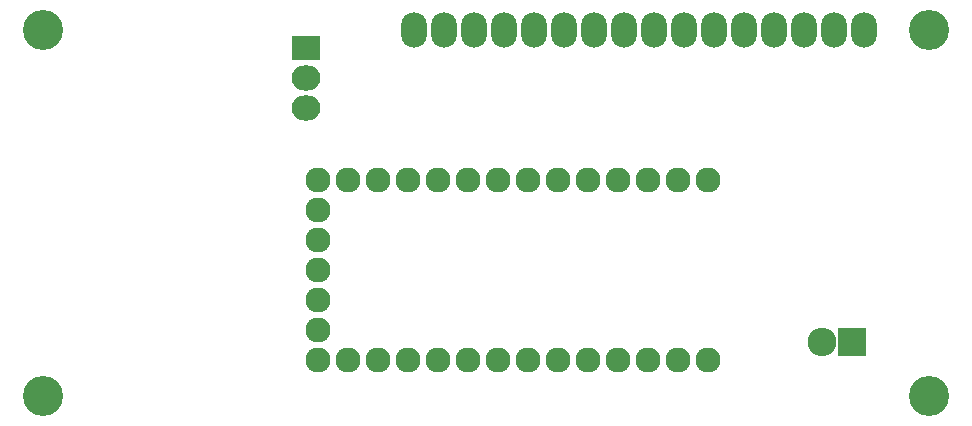
<source format=gbs>
G04 #@! TF.FileFunction,Soldermask,Bot*
%FSLAX46Y46*%
G04 Gerber Fmt 4.6, Leading zero omitted, Abs format (unit mm)*
G04 Created by KiCad (PCBNEW 4.0.1-3.201512221402+6198~38~ubuntu14.04.1-stable) date Sat 13 Aug 2016 09:47:32 AM PDT*
%MOMM*%
G01*
G04 APERTURE LIST*
%ADD10C,0.100000*%
%ADD11R,2.432000X2.432000*%
%ADD12O,2.432000X2.432000*%
%ADD13O,2.200000X3.000000*%
%ADD14C,3.400000*%
%ADD15R,2.432000X2.127200*%
%ADD16O,2.432000X2.127200*%
%ADD17C,2.127200*%
G04 APERTURE END LIST*
D10*
D11*
X169164000Y-106172000D03*
D12*
X166624000Y-106172000D03*
D13*
X170180000Y-79756000D03*
X167640000Y-79756000D03*
X165100000Y-79756000D03*
X162560000Y-79756000D03*
X160020000Y-79756000D03*
X157480000Y-79756000D03*
X154940000Y-79756000D03*
X152400000Y-79756000D03*
X149860000Y-79756000D03*
X147320000Y-79756000D03*
X144780000Y-79756000D03*
X142240000Y-79756000D03*
X139700000Y-79756000D03*
X137160000Y-79756000D03*
X134620000Y-79756000D03*
X132080000Y-79756000D03*
D14*
X175679100Y-79756000D03*
X175679100Y-110756700D03*
X100680520Y-110756700D03*
X100680520Y-79756000D03*
D15*
X122936000Y-81280000D03*
D16*
X122936000Y-83820000D03*
X122936000Y-86360000D03*
D17*
X156972000Y-92456000D03*
X154432000Y-92456000D03*
X151892000Y-92456000D03*
X149352000Y-92456000D03*
X146812000Y-92456000D03*
X144272000Y-92456000D03*
X141732000Y-92456000D03*
X139192000Y-92456000D03*
X136652000Y-92456000D03*
X134112000Y-92456000D03*
X131572000Y-92456000D03*
X129032000Y-92456000D03*
X126492000Y-92456000D03*
X123952000Y-92456000D03*
X123952000Y-94996000D03*
X123952000Y-97536000D03*
X123952000Y-100076000D03*
X123952000Y-102616000D03*
X123952000Y-105156000D03*
X123952000Y-107696000D03*
X131572000Y-107696000D03*
X151892000Y-107696000D03*
X136652000Y-107696000D03*
X134112000Y-107696000D03*
X154432000Y-107696000D03*
X146812000Y-107696000D03*
X156972000Y-107696000D03*
X144272000Y-107696000D03*
X141732000Y-107696000D03*
X139192000Y-107696000D03*
X149352000Y-107696000D03*
X126492000Y-107696000D03*
X129032000Y-107696000D03*
M02*

</source>
